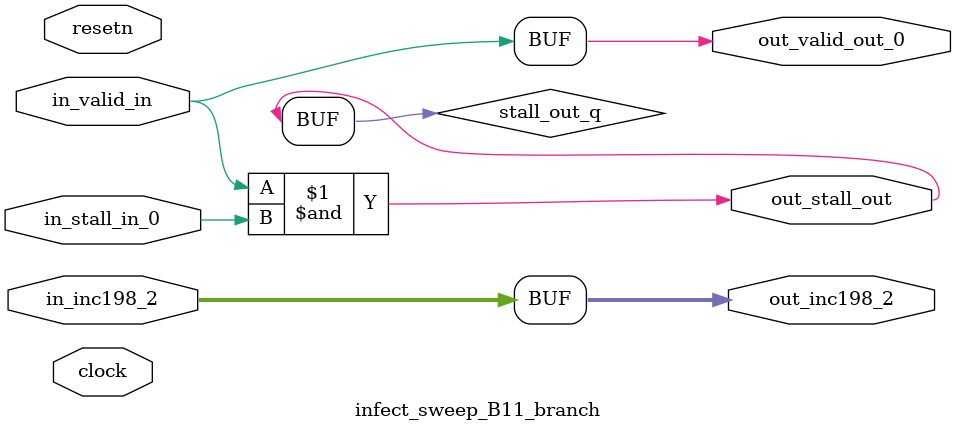
<source format=sv>



(* altera_attribute = "-name AUTO_SHIFT_REGISTER_RECOGNITION OFF; -name MESSAGE_DISABLE 10036; -name MESSAGE_DISABLE 10037; -name MESSAGE_DISABLE 14130; -name MESSAGE_DISABLE 14320; -name MESSAGE_DISABLE 15400; -name MESSAGE_DISABLE 14130; -name MESSAGE_DISABLE 10036; -name MESSAGE_DISABLE 12020; -name MESSAGE_DISABLE 12030; -name MESSAGE_DISABLE 12010; -name MESSAGE_DISABLE 12110; -name MESSAGE_DISABLE 14320; -name MESSAGE_DISABLE 13410; -name MESSAGE_DISABLE 113007; -name MESSAGE_DISABLE 10958" *)
module infect_sweep_B11_branch (
    input wire [31:0] in_inc198_2,
    input wire [0:0] in_stall_in_0,
    input wire [0:0] in_valid_in,
    output wire [31:0] out_inc198_2,
    output wire [0:0] out_stall_out,
    output wire [0:0] out_valid_out_0,
    input wire clock,
    input wire resetn
    );

    wire [0:0] stall_out_q;


    // out_inc198_2(GPOUT,5)
    assign out_inc198_2 = in_inc198_2;

    // stall_out(LOGICAL,8)
    assign stall_out_q = in_valid_in & in_stall_in_0;

    // out_stall_out(GPOUT,6)
    assign out_stall_out = stall_out_q;

    // out_valid_out_0(GPOUT,7)
    assign out_valid_out_0 = in_valid_in;

endmodule

</source>
